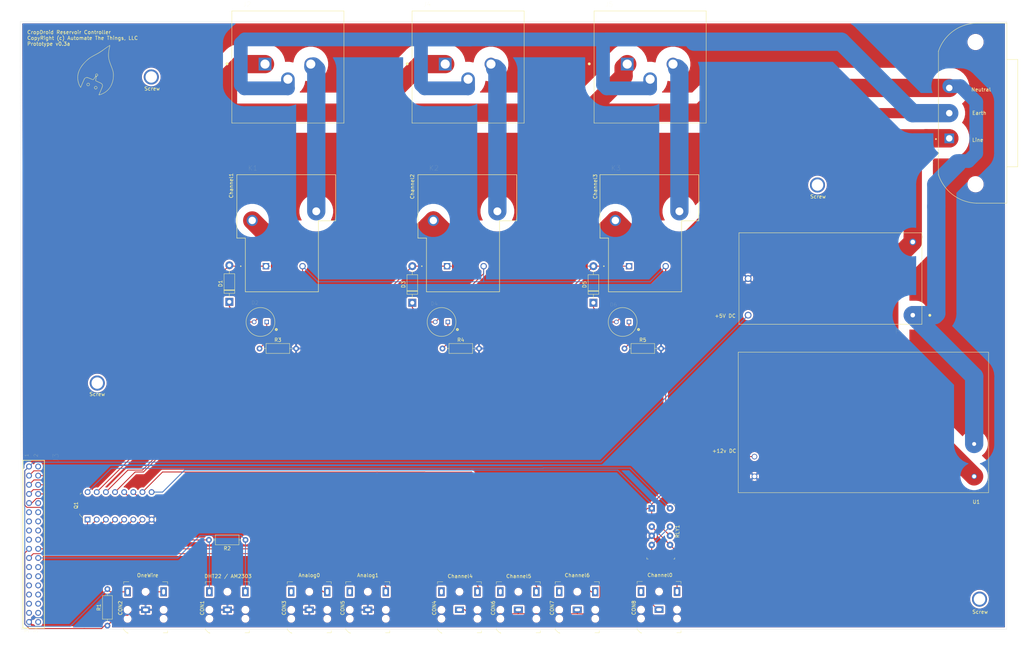
<source format=kicad_pcb>
(kicad_pcb (version 20171130) (host pcbnew 5.1.5-52549c5~84~ubuntu18.04.1)
  (title_block (title "CropDroid Reservoir") (rev 0.3a) (company "Automate The Things, LLC") (comment 3 "License: Proprietary") (comment 4 "Author: Jeremy Hahn"))
  (layers (0 F.Cu signal) (31 B.Cu signal) (34 B.Paste user) (35 F.Paste user) (36 B.SilkS user) (37 F.SilkS user) (38 B.Mask user) (39 F.Mask user) (44 Edge.Cuts user))
  (net 0 "")
  (net 1 "Net-(CON1-Pad3)")
  (net 2 "Net-(CON1-Pad2)")
  (net 3 GND)
  (net 4 "Net-(CON2-Pad2)")
  (net 5 "Net-(CON3-Pad3)")
  (net 6 "Net-(CON3-Pad2)")
  (net 7 "Net-(CON4-Pad3)")
  (net 8 "Net-(CON4-Pad2)")
  (net 9 "Net-(CON5-Pad2)")
  (net 10 "Net-(CON5-Pad3)")
  (net 11 "Net-(J5-Pad2)")
  (net 12 "Net-(Q1-Pad16)")
  (net 13 "Net-(J3-Pad2)")
  (net 14 +12V)
  (net 15 "Net-(D1-Pad2)")
  (net 16 "Net-(D3-Pad2)")
  (net 17 "Net-(J1-Pad2)")
  (net 18 "Net-(CON6-Pad3)")
  (net 19 "Net-(CON6-Pad2)")
  (net 20 "Net-(CON7-Pad2)")
  (net 21 "Net-(CON7-Pad3)")
  (net 22 "Net-(D2-Pad1)")
  (net 23 "Net-(D4-Pad1)")
  (net 24 "Net-(D5-Pad2)")
  (net 25 "Net-(D6-Pad1)")
  (net 26 "Net-(CON8-Pad1)")
  (net 27 "Net-(CON8-Pad2)")
  (net 28 "Net-(CON8-Pad3)")
  (net 29 "Net-(J1-Pad1)")
  (net 30 "Net-(J1-Pad3)")
  (net 31 "Net-(J2-Pad2)")
  (net 32 "Net-(J3-Pad36)")
  (net 33 "Net-(J3-Pad34)")
  (net 34 "Net-(J3-Pad33)")
  (net 35 "Net-(J3-Pad32)")
  (net 36 "Net-(J3-Pad31)")
  (net 37 "Net-(J3-Pad30)")
  (net 38 "Net-(J3-Pad29)")
  (net 39 "Net-(J3-Pad28)")
  (net 40 "Net-(J3-Pad27)")
  (net 41 "Net-(J3-Pad26)")
  (net 42 "Net-(J3-Pad25)")
  (net 43 "Net-(J3-Pad24)")
  (net 44 "Net-(J3-Pad23)")
  (net 45 "Net-(J3-Pad18)")
  (net 46 "Net-(J3-Pad17)")
  (net 47 "Net-(J3-Pad16)")
  (net 48 "Net-(J3-Pad15)")
  (net 49 "Net-(J3-Pad14)")
  (net 50 "Net-(J3-Pad13)")
  (net 51 "Net-(J3-Pad12)")
  (net 52 "Net-(J3-Pad11)")
  (net 53 "Net-(J3-Pad10)")
  (net 54 "Net-(J3-Pad9)")
  (net 55 "Net-(J3-Pad8)")
  (net 56 "Net-(J3-Pad7)")
  (net 57 "Net-(J3-Pad6)")
  (net 58 "Net-(J3-Pad5)")
  (net 59 "Net-(J3-Pad4)")
  (net 60 "Net-(J3-Pad3)")
  (net 61 "Net-(J4-Pad2)")
  (module digikey-footprints:Headphone_Jack_3.5mm_SJ1-3523N (layer F.Cu) (at 206.9338 207.9498 90)
    (fp_text reference CON6 (at -4.5 -7 90) (layer F.SilkS))
    (fp_text value SJ1-3523N)
    (pad "" np_thru_hole circle (at -7.5 5 90) (size 1.2 1.2) (drill 1.2) (layers *.Cu *.Mask))
    (pad "" np_thru_hole circle (at -5 5 90) (size 1.2 1.2) (drill 1.2) (layers *.Cu *.Mask))
    (pad "" np_thru_hole circle (at -7.5 -5 90) (size 1.2 1.2) (drill 1.2) (layers *.Cu *.Mask))
    (pad "" np_thru_hole circle (at -5 -5 90) (size 1.2 1.2) (drill 1.2) (layers *.Cu *.Mask))
    (pad "" np_thru_hole circle (at 0 0 90) (size 1.2 1.2) (drill 1.2) (layers *.Cu *.Mask))
    (pad 1 thru_hole rect (at -5 0 90) (size 1.8 2.5) (drill oval 0.8 1.5) (layers *.Cu *.Mask) (net 14 +12V))
    (pad 2 thru_hole rect (at 0 5 90) (size 2.5 1.8) (drill oval 1.5 0.8) (layers *.Cu *.Mask) (net 19 "Net-(CON6-Pad2)"))
    (pad 3 thru_hole rect (at 0 -5 90) (size 2.5 1.8) (drill oval 1.5 0.8) (layers *.Cu *.Mask) (net 18 "Net-(CON6-Pad3)"))
  )
  (module digikey-footprints:Headphone_Jack_3.5mm_SJ1-3523N (layer F.Cu) (at 148.8694 207.9498 90)
    (fp_text reference CON3 (at -4.5 -7 90) (layer F.SilkS))
    (fp_text value SJ1-3523N)
    (pad "" np_thru_hole circle (at -7.5 5 90) (size 1.2 1.2) (drill 1.2) (layers *.Cu *.Mask))
    (pad "" np_thru_hole circle (at -5 5 90) (size 1.2 1.2) (drill 1.2) (layers *.Cu *.Mask))
    (pad "" np_thru_hole circle (at -7.5 -5 90) (size 1.2 1.2) (drill 1.2) (layers *.Cu *.Mask))
    (pad "" np_thru_hole circle (at -5 -5 90) (size 1.2 1.2) (drill 1.2) (layers *.Cu *.Mask))
    (pad "" np_thru_hole circle (at 0 0 90) (size 1.2 1.2) (drill 1.2) (layers *.Cu *.Mask))
    (pad 1 thru_hole rect (at -5 0 90) (size 1.8 2.5) (drill oval 0.8 1.5) (layers *.Cu *.Mask) (net 3 GND))
    (pad 2 thru_hole rect (at 0 5 90) (size 2.5 1.8) (drill oval 1.5 0.8) (layers *.Cu *.Mask) (net 6 "Net-(CON3-Pad2)"))
    (pad 3 thru_hole rect (at 0 -5 90) (size 2.5 1.8) (drill oval 1.5 0.8) (layers *.Cu *.Mask) (net 5 "Net-(CON3-Pad3)"))
  )
  (module digikey-footprints:Headphone_Jack_3.5mm_SJ1-3523N (layer F.Cu) (at 223.2914 207.9498 90)
    (fp_text reference CON7 (at -4.5 -7 90) (layer F.SilkS))
    (fp_text value SJ1-3523N)
    (pad "" np_thru_hole circle (at -7.5 5 90) (size 1.2 1.2) (drill 1.2) (layers *.Cu *.Mask))
    (pad "" np_thru_hole circle (at -5 5 90) (size 1.2 1.2) (drill 1.2) (layers *.Cu *.Mask))
    (pad "" np_thru_hole circle (at -7.5 -5 90) (size 1.2 1.2) (drill 1.2) (layers *.Cu *.Mask))
    (pad "" np_thru_hole circle (at -5 -5 90) (size 1.2 1.2) (drill 1.2) (layers *.Cu *.Mask))
    (pad "" np_thru_hole circle (at 0 0 90) (size 1.2 1.2) (drill 1.2) (layers *.Cu *.Mask))
    (pad 1 thru_hole rect (at -5 0 90) (size 1.8 2.5) (drill oval 0.8 1.5) (layers *.Cu *.Mask) (net 14 +12V))
    (pad 2 thru_hole rect (at 0 5 90) (size 2.5 1.8) (drill oval 1.5 0.8) (layers *.Cu *.Mask) (net 20 "Net-(CON7-Pad2)"))
    (pad 3 thru_hole rect (at 0 -5 90) (size 2.5 1.8) (drill oval 1.5 0.8) (layers *.Cu *.Mask) (net 21 "Net-(CON7-Pad3)"))
  )
  (module drill-hole:Drill_Hole (layer F.Cu) (at 105.4862 63.6778)
    (fp_text reference Screw (at -0.254 4.572) (layer F.SilkS))
    (fp_text value Drill)
    (pad 1 thru_hole circle (at -0.4862 1.3222) (size 4.2 4.2) (drill 3.2) (layers *.Cu *.Mask))
  )
  (module 703W-00_52:QUALTEK_703W-00_52 (layer F.Cu) (at 326.5932 82.042 90)
    (fp_text reference J1 (at -6.81875 -4.83625 90) (layer F.SilkS) (effects (font (size 1.001969 1.001969) (thickness 0.015))))
    (fp_text value 703W-00_52)
    (pad None np_thru_hole circle (at -12.75 7.3 90) (size 3.5 3.5) (drill 3.5) (layers *.Cu *.Mask))
    (pad None np_thru_hole circle (at 26.75 7.3 90) (size 3.5 3.5) (drill 3.5) (layers *.Cu *.Mask))
    (pad 1 thru_hole rect (at 0 0 90) (size 2.7 2.7) (drill 1.8) (layers *.Cu *.Mask) (net 29 "Net-(J1-Pad1)"))
    (pad 2 thru_hole circle (at 7 0 90) (size 2.7 2.7) (drill 1.8) (layers *.Cu *.Mask) (net 17 "Net-(J1-Pad2)"))
    (pad 3 thru_hole circle (at 14 0 90) (size 2.7 2.7) (drill 1.8) (layers *.Cu *.Mask) (net 30 "Net-(J1-Pad3)"))
  )
  (module IRM-30-12:IRM-30-12 (layer F.Cu) (at 337.5025 141.4145 180)
    (fp_text reference U1 (at 3.41 -41.58) (layer F.SilkS))
    (fp_text value IRM-30-12)
    (pad 4 thru_hole circle (at 65 -29 180) (size 1.524 1.524) (drill 1.1) (layers *.Cu *.Mask) (net 14 +12V))
    (pad 3 thru_hole circle (at 65 -34.5 180) (size 1.524 1.524) (drill 1.1) (layers *.Cu *.Mask) (net 3 GND))
    (pad 2 thru_hole circle (at 4 -25.5 180) (size 1.524 1.524) (drill 1.1) (layers *.Cu *.Mask) (net 30 "Net-(J1-Pad3)"))
    (pad 1 thru_hole circle (at 4 -34.5 180) (size 1.524 1.524) (drill 1.1) (layers *.Cu *.Mask) (net 29 "Net-(J1-Pad1)"))
  )
  (module PSK-6B-S5:CONV_PSK-6B-S5 (layer F.Cu) (at 293.5986 120.9802 180)
    (fp_text reference PS1 (at -19.9719 -14.65798) (layer F.SilkS) (effects (font (size 1.404693 1.404693) (thickness 0.015))))
    (fp_text value PSK-6B-S5)
    (pad 4 thru_hole circle (at 22.86 0 180) (size 1.881 1.881) (drill 1.254) (layers *.Cu *.Mask) (net 3 GND))
    (pad 3 thru_hole circle (at 22.86 -10.16 180) (size 1.881 1.881) (drill 1.254) (layers *.Cu *.Mask) (net 1 "Net-(CON1-Pad3)"))
    (pad 2 thru_hole circle (at -22.86 10.16 180) (size 1.881 1.881) (drill 1.254) (layers *.Cu *.Mask) (net 29 "Net-(J1-Pad1)"))
    (pad 1 thru_hole rect (at -22.86 -10.16 180) (size 1.881 1.881) (drill 1.254) (layers *.Cu *.Mask) (net 30 "Net-(J1-Pad3)"))
  )
  (module digikey-footprints:Headphone_Jack_3.5mm_SJ1-3523N (layer F.Cu) (at 103.4199 207.9625 90)
    (fp_text reference CON2 (at -4.5 -7 90) (layer F.SilkS))
    (fp_text value SJ1-3523N)
    (pad "" np_thru_hole circle (at -7.5 5 90) (size 1.2 1.2) (drill 1.2) (layers *.Cu *.Mask))
    (pad "" np_thru_hole circle (at -5 5 90) (size 1.2 1.2) (drill 1.2) (layers *.Cu *.Mask))
    (pad "" np_thru_hole circle (at -7.5 -5 90) (size 1.2 1.2) (drill 1.2) (layers *.Cu *.Mask))
    (pad "" np_thru_hole circle (at -5 -5 90) (size 1.2 1.2) (drill 1.2) (layers *.Cu *.Mask))
    (pad "" np_thru_hole circle (at 0 0 90) (size 1.2 1.2) (drill 1.2) (layers *.Cu *.Mask))
    (pad 1 thru_hole rect (at -5 0 90) (size 1.8 2.5) (drill oval 0.8 1.5) (layers *.Cu *.Mask) (net 3 GND))
    (pad 2 thru_hole rect (at 0 5 90) (size 2.5 1.8) (drill oval 1.5 0.8) (layers *.Cu *.Mask) (net 4 "Net-(CON2-Pad2)"))
    (pad 3 thru_hole rect (at 0 -5 90) (size 2.5 1.8) (drill oval 1.5 0.8) (layers *.Cu *.Mask) (net 1 "Net-(CON1-Pad3)"))
  )
  (module 3-213598-2:TE_3-213598-2 (layer F.Cu) (at 192.9765 62.2345)
    (fp_text reference J4 (at -11.36735 -17.40053) (layer F.SilkS) (effects (font (size 1.320047 1.320047) (thickness 0.015))))
    (fp_text value 3-213598-2)
    (pad 3 thru_hole circle (at 0 3.38) (size 3.556 3.556) (drill 2.54) (layers *.Cu *.Mask) (net 17 "Net-(J1-Pad2)"))
    (pad 2 thru_hole circle (at 6.35 -0.81) (size 3.556 3.556) (drill 2.54) (layers *.Cu *.Mask) (net 61 "Net-(J4-Pad2)"))
    (pad 1 thru_hole rect (at -6.35 -0.81) (size 3.556 3.556) (drill 2.54) (layers *.Cu *.Mask) (net 30 "Net-(J1-Pad3)"))
  )
  (module digikey-footprints:Headphone_Jack_3.5mm_SJ1-3523N (layer F.Cu) (at 126.1364 207.9498 90)
    (fp_text reference CON1 (at -4.5 -7 90) (layer F.SilkS))
    (fp_text value SJ1-3523N)
    (pad "" np_thru_hole circle (at -7.5 5 90) (size 1.2 1.2) (drill 1.2) (layers *.Cu *.Mask))
    (pad "" np_thru_hole circle (at -5 5 90) (size 1.2 1.2) (drill 1.2) (layers *.Cu *.Mask))
    (pad "" np_thru_hole circle (at -7.5 -5 90) (size 1.2 1.2) (drill 1.2) (layers *.Cu *.Mask))
    (pad "" np_thru_hole circle (at -5 -5 90) (size 1.2 1.2) (drill 1.2) (layers *.Cu *.Mask))
    (pad "" np_thru_hole circle (at 0 0 90) (size 1.2 1.2) (drill 1.2) (layers *.Cu *.Mask))
    (pad 1 thru_hole rect (at -5 0 90) (size 1.8 2.5) (drill oval 0.8 1.5) (layers *.Cu *.Mask) (net 3 GND))
    (pad 2 thru_hole rect (at 0 5 90) (size 2.5 1.8) (drill oval 1.5 0.8) (layers *.Cu *.Mask) (net 2 "Net-(CON1-Pad2)"))
    (pad 3 thru_hole rect (at 0 -5 90) (size 2.5 1.8) (drill oval 1.5 0.8) (layers *.Cu *.Mask) (net 1 "Net-(CON1-Pad3)"))
  )
  (module drill-hole:Drill_Hole (layer F.Cu) (at 292.1762 96.6978)
    (fp_text reference Screw (at -2.032 1.524) (layer F.SilkS))
    (fp_text value Drill)
    (pad 1 thru_hole circle (at -2.1762 -1.6978) (size 4.2 4.2) (drill 3.2) (layers *.Cu *.Mask))
  )
  (module drill-hole:Drill_Hole (layer F.Cu) (at 87.3125 149.0345)
    (fp_text reference Screw (at 2.6797 4.0513) (layer F.SilkS))
    (fp_text value Drill)
    (pad 1 thru_hole circle (at 2.6875 0.9655) (size 4.2 4.2) (drill 3.2) (layers *.Cu *.Mask))
  )
  (module libraries:cropdroid_logo (layer F.Cu) (at 89.5096 63.0809)
    (fp_text reference G*** hide)
    (fp_text value LOGO hide)
  )
  (module drill-hole:Drill_Hole (layer F.Cu) (at 334.9625 212.5345)
    (fp_text reference Screw (at 0.2 1.0033) (layer F.SilkS))
    (fp_text value Drill)
    (pad 1 thru_hole circle (at 0.0375 -2.5345) (size 4.2 4.2) (drill 3.2) (layers *.Cu *.Mask))
  )
  (module T9AS1D12-15:RELAY_T9AS1D12-15 (layer F.Cu) (at 237.6805 117.5385)
    (fp_text reference K3 (at -3.665025 -27.220035) (layer F.SilkS) (effects (font (size 1.395488 1.395488) (thickness 0.015))))
    (fp_text value T9AS1D12-15)
    (pad 4 thru_hole circle (at 13.97 -15.24) (size 3.29 3.29) (drill 2.19) (layers *.Cu *.Mask) (net 11 "Net-(J5-Pad2)"))
    (pad 3 thru_hole circle (at -3.81 -12.7) (size 3.09 3.09) (drill 2.06) (layers *.Cu *.Mask) (net 29 "Net-(J1-Pad1)"))
    (pad 1 thru_hole rect (at 0 0) (size 1.76 1.76) (drill 1.17) (layers *.Cu *.Mask) (net 24 "Net-(D5-Pad2)"))
    (pad 2 thru_hole circle (at 10.16 0) (size 1.76 1.76) (drill 1.17) (layers *.Cu *.Mask) (net 14 +12V))
  )
  (module Resistor_THT:R_Axial_DIN0207_L6.3mm_D2.5mm_P10.16mm_Horizontal (layer F.Cu) (at 185.8645 140.3985)
    (fp_text reference R4 (at 5.08 -2.37) (layer F.SilkS))
    (fp_text value R)
    (pad 2 thru_hole oval (at 10.16 0) (size 1.6 1.6) (drill 0.8) (layers *.Cu *.Mask) (net 3 GND))
    (pad 1 thru_hole circle (at 0 0) (size 1.6 1.6) (drill 0.8) (layers *.Cu *.Mask) (net 23 "Net-(D4-Pad1)"))
  )
  (module libraries:CAPPRD350W60D800H2000 (layer F.Cu) (at 135.3185 133.0325 180)
    (fp_text reference D2 (at 1.524 5.334) (layer F.SilkS) (effects (font (thickness 0.015))))
    (fp_text value LED)
    (pad 2 thru_hole circle (at 1.75 0 180) (size 1.23 1.23) (drill 0.82) (layers *.Cu *.Mask) (net 14 +12V))
    (pad 1 thru_hole rect (at -1.75 0 180) (size 1.23 1.23) (drill 0.82) (layers *.Cu *.Mask) (net 22 "Net-(D2-Pad1)"))
  )
  (module Resistor_THT:R_Axial_DIN0207_L6.3mm_D2.5mm_P10.16mm_Horizontal (layer F.Cu) (at 236.4105 140.3985)
    (fp_text reference R5 (at 5.08 -2.37) (layer F.SilkS))
    (fp_text value R)
    (pad 2 thru_hole oval (at 10.16 0) (size 1.6 1.6) (drill 0.8) (layers *.Cu *.Mask) (net 3 GND))
    (pad 1 thru_hole circle (at 0 0) (size 1.6 1.6) (drill 0.8) (layers *.Cu *.Mask) (net 25 "Net-(D6-Pad1)"))
  )
  (module Resistor_THT:R_Axial_DIN0207_L6.3mm_D2.5mm_P10.16mm_Horizontal (layer F.Cu) (at 135.0645 140.3985)
    (fp_text reference R3 (at 5.08 -2.37) (layer F.SilkS))
    (fp_text value R)
    (pad 2 thru_hole oval (at 10.16 0) (size 1.6 1.6) (drill 0.8) (layers *.Cu *.Mask) (net 3 GND))
    (pad 1 thru_hole circle (at 0 0) (size 1.6 1.6) (drill 0.8) (layers *.Cu *.Mask) (net 22 "Net-(D2-Pad1)"))
  )
  (module libraries:CAPPRD350W60D800H2000 (layer F.Cu) (at 235.9025 133.0325 180)
    (fp_text reference D6 (at 2.54 4.826) (layer F.SilkS) (effects (font (thickness 0.015))))
    (fp_text value LED)
    (pad 2 thru_hole circle (at 1.75 0 180) (size 1.23 1.23) (drill 0.82) (layers *.Cu *.Mask) (net 14 +12V))
    (pad 1 thru_hole rect (at -1.75 0 180) (size 1.23 1.23) (drill 0.82) (layers *.Cu *.Mask) (net 25 "Net-(D6-Pad1)"))
  )
  (module libraries:CAPPRD350W60D800H2000 (layer F.Cu) (at 185.6105 133.0325 180)
    (fp_text reference D4 (at 2.032 5.08) (layer F.SilkS) (effects (font (thickness 0.015))))
    (fp_text value LED)
    (pad 2 thru_hole circle (at 1.75 0 180) (size 1.23 1.23) (drill 0.82) (layers *.Cu *.Mask) (net 14 +12V))
    (pad 1 thru_hole rect (at -1.75 0 180) (size 1.23 1.23) (drill 0.82) (layers *.Cu *.Mask) (net 23 "Net-(D4-Pad1)"))
  )
  (module digikey-footprints:Relay_THT_EC2 (layer F.Cu) (at 249.047 184.785 270)
    (fp_text reference RLY1 (at 6.4 -2.075 90) (layer F.SilkS))
    (fp_text value EC2-12NU)
    (pad 1 thru_hole rect (at 0 5.08 270) (size 1.8 1.8) (drill 0.8) (layers *.Cu *.Mask) (net 14 +12V))
    (pad 3 thru_hole circle (at 5.08 5.08 270) (size 1.8 1.8) (drill 0.8) (layers *.Cu *.Mask) (net 27 "Net-(CON8-Pad2)"))
    (pad 4 thru_hole circle (at 7.62 5.08 270) (size 1.8 1.8) (drill 0.8) (layers *.Cu *.Mask) (net 3 GND))
    (pad 5 thru_hole circle (at 10.16 5.08 270) (size 1.8 1.8) (drill 0.8) (layers *.Cu *.Mask) (net 26 "Net-(CON8-Pad1)"))
    (pad 8 thru_hole circle (at 10.16 0 270) (size 1.8 1.8) (drill 0.8) (layers *.Cu *.Mask) (net 27 "Net-(CON8-Pad2)"))
    (pad 9 thru_hole circle (at 7.62 0 270) (size 1.8 1.8) (drill 0.8) (layers *.Cu *.Mask) (net 14 +12V))
    (pad 10 thru_hole circle (at 5.08 0 270) (size 1.8 1.8) (drill 0.8) (layers *.Cu *.Mask) (net 26 "Net-(CON8-Pad1)"))
    (pad 12 thru_hole circle (at 0 0 270) (size 1.8 1.8) (drill 0.8) (layers *.Cu *.Mask) (net 12 "Net-(Q1-Pad16)"))
  )
  (module Resistor_THT:R_Axial_DIN0207_L6.3mm_D2.5mm_P10.16mm_Horizontal (layer F.Cu) (at 131.1656 193.548 180)
    (fp_text reference R2 (at 5.08 -2.37) (layer F.SilkS))
    (fp_text value 10k)
    (pad 2 thru_hole oval (at 10.16 0 180) (size 1.6 1.6) (drill 0.8) (layers *.Cu *.Mask) (net 1 "Net-(CON1-Pad3)"))
    (pad 1 thru_hole circle (at 0 0 180) (size 1.6 1.6) (drill 0.8) (layers *.Cu *.Mask) (net 2 "Net-(CON1-Pad2)"))
  )
  (module Resistor_THT:R_Axial_DIN0207_L6.3mm_D2.5mm_P10.16mm_Horizontal (layer F.Cu) (at 92.8243 217.3605 90)
    (fp_text reference R1 (at 5.08 -2.37 90) (layer F.SilkS))
    (fp_text value 4.7k)
    (pad 2 thru_hole oval (at 10.16 0 90) (size 1.6 1.6) (drill 0.8) (layers *.Cu *.Mask) (net 1 "Net-(CON1-Pad3)"))
    (pad 1 thru_hole circle (at 0 0 90) (size 1.6 1.6) (drill 0.8) (layers *.Cu *.Mask) (net 4 "Net-(CON2-Pad2)"))
  )
  (module digikey-footprints:DIP-16_W7.62mm (layer F.Cu) (at 87.3125 187.8965 90)
    (fp_text reference Q1 (at 3.94 -3.2 90) (layer F.SilkS))
    (fp_text value ULN2003AN)
    (pad 9 thru_hole circle (at 7.62 17.78 90) (size 1.6 1.6) (drill 1) (layers *.Cu *.Mask) (net 14 +12V))
    (pad 8 thru_hole circle (at 0 17.78 90) (size 1.6 1.6) (drill 1) (layers *.Cu *.Mask) (net 3 GND))
    (pad 16 thru_hole circle (at 7.62 0 90) (size 1.6 1.6) (drill 1) (layers *.Cu *.Mask) (net 12 "Net-(Q1-Pad16)"))
    (pad 15 thru_hole circle (at 7.62 2.54 90) (size 1.6 1.6) (drill 1) (layers *.Cu *.Mask) (net 15 "Net-(D1-Pad2)"))
    (pad 14 thru_hole circle (at 7.62 5.08 90) (size 1.6 1.6) (drill 1) (layers *.Cu *.Mask) (net 16 "Net-(D3-Pad2)"))
    (pad 13 thru_hole circle (at 7.62 7.62 90) (size 1.6 1.6) (drill 1) (layers *.Cu *.Mask) (net 24 "Net-(D5-Pad2)"))
    (pad 12 thru_hole circle (at 7.62 10.16 90) (size 1.6 1.6) (drill 1) (layers *.Cu *.Mask) (net 8 "Net-(CON4-Pad2)"))
    (pad 11 thru_hole circle (at 7.62 12.7 90) (size 1.6 1.6) (drill 1) (layers *.Cu *.Mask) (net 19 "Net-(CON6-Pad2)"))
    (pad 10 thru_hole circle (at 7.62 15.24 90) (size 1.6 1.6) (drill 1) (layers *.Cu *.Mask) (net 20 "Net-(CON7-Pad2)"))
    (pad 7 thru_hole circle (at 0 15.24 90) (size 1.6 1.6) (drill 1) (layers *.Cu *.Mask) (net 54 "Net-(J3-Pad9)"))
    (pad 6 thru_hole circle (at 0 12.7 90) (size 1.6 1.6) (drill 1) (layers *.Cu *.Mask) (net 55 "Net-(J3-Pad8)"))
    (pad 5 thru_hole circle (at 0 10.16 90) (size 1.6 1.6) (drill 1) (layers *.Cu *.Mask) (net 56 "Net-(J3-Pad7)"))
    (pad 4 thru_hole circle (at 0 7.62 90) (size 1.6 1.6) (drill 1) (layers *.Cu *.Mask) (net 57 "Net-(J3-Pad6)"))
    (pad 3 thru_hole circle (at 0 5.08 90) (size 1.6 1.6) (drill 1) (layers *.Cu *.Mask) (net 58 "Net-(J3-Pad5)"))
    (pad 2 thru_hole circle (at 0 2.54 90) (size 1.6 1.6) (drill 1) (layers *.Cu *.Mask) (net 59 "Net-(J3-Pad4)"))
    (pad 1 thru_hole rect (at 0 0 90) (size 1.6 1.6) (drill 1) (layers *.Cu *.Mask) (net 60 "Net-(J3-Pad3)"))
  )
  (module T9AS1D12-15:RELAY_T9AS1D12-15 (layer F.Cu) (at 187.1345 117.5385)
    (fp_text reference K2 (at -3.665025 -27.220035) (layer F.SilkS) (effects (font (size 1.395488 1.395488) (thickness 0.015))))
    (fp_text value T9AS1D12-15)
    (pad 4 thru_hole circle (at 13.97 -15.24) (size 3.29 3.29) (drill 2.19) (layers *.Cu *.Mask) (net 61 "Net-(J4-Pad2)"))
    (pad 3 thru_hole circle (at -3.81 -12.7) (size 3.09 3.09) (drill 2.06) (layers *.Cu *.Mask) (net 29 "Net-(J1-Pad1)"))
    (pad 1 thru_hole rect (at 0 0) (size 1.76 1.76) (drill 1.17) (layers *.Cu *.Mask) (net 16 "Net-(D3-Pad2)"))
    (pad 2 thru_hole circle (at 10.16 0) (size 1.76 1.76) (drill 1.17) (layers *.Cu *.Mask) (net 14 +12V))
  )
  (module T9AS1D12-15:RELAY_T9AS1D12-15 (layer F.Cu) (at 136.8425 117.5385)
    (fp_text reference K1 (at -3.665025 -27.220035) (layer F.SilkS) (effects (font (size 1.395488 1.395488) (thickness 0.015))))
    (fp_text value T9AS1D12-15)
    (pad 4 thru_hole circle (at 13.97 -15.24) (size 3.29 3.29) (drill 2.19) (layers *.Cu *.Mask) (net 31 "Net-(J2-Pad2)"))
    (pad 3 thru_hole circle (at -3.81 -12.7) (size 3.09 3.09) (drill 2.06) (layers *.Cu *.Mask) (net 29 "Net-(J1-Pad1)"))
    (pad 1 thru_hole rect (at 0 0) (size 1.76 1.76) (drill 1.17) (layers *.Cu *.Mask) (net 15 "Net-(D1-Pad2)"))
    (pad 2 thru_hole circle (at 10.16 0) (size 1.76 1.76) (drill 1.17) (layers *.Cu *.Mask) (net 14 +12V))
  )
  (module 3-213598-2:TE_3-213598-2 (layer F.Cu) (at 243.5225 62.2345)
    (fp_text reference J5 (at -11.36735 -17.40053) (layer F.SilkS) (effects (font (size 1.320047 1.320047) (thickness 0.015))))
    (fp_text value 3-213598-2)
    (pad 3 thru_hole circle (at 0 3.38) (size 3.556 3.556) (drill 2.54) (layers *.Cu *.Mask) (net 17 "Net-(J1-Pad2)"))
    (pad 2 thru_hole circle (at 6.35 -0.81) (size 3.556 3.556) (drill 2.54) (layers *.Cu *.Mask) (net 11 "Net-(J5-Pad2)"))
    (pad 1 thru_hole rect (at -6.35 -0.81) (size 3.556 3.556) (drill 2.54) (layers *.Cu *.Mask) (net 30 "Net-(J1-Pad3)"))
  )
  (module 3-213598-2:TE_3-213598-2 (layer F.Cu) (at 142.9385 62.2345)
    (fp_text reference J2 (at -11.36735 -17.40053) (layer F.SilkS) (effects (font (size 1.320047 1.320047) (thickness 0.015))))
    (fp_text value 3-213598-2)
    (pad 3 thru_hole circle (at 0 3.38) (size 3.556 3.556) (drill 2.54) (layers *.Cu *.Mask) (net 17 "Net-(J1-Pad2)"))
    (pad 2 thru_hole circle (at 6.35 -0.81) (size 3.556 3.556) (drill 2.54) (layers *.Cu *.Mask) (net 31 "Net-(J2-Pad2)"))
    (pad 1 thru_hole rect (at -6.35 -0.81) (size 3.556 3.556) (drill 2.54) (layers *.Cu *.Mask) (net 30 "Net-(J1-Pad3)"))
  )
  (module Diode_THT:D_DO-41_SOD81_P10.16mm_Horizontal (layer F.Cu) (at 227.7745 127.6985 90)
    (fp_text reference D5 (at 5.08 -2.47 90) (layer F.SilkS))
    (fp_text value 1N4001)
    (pad 2 thru_hole oval (at 10.16 0 90) (size 2.2 2.2) (drill 1.1) (layers *.Cu *.Mask) (net 24 "Net-(D5-Pad2)"))
    (pad 1 thru_hole rect (at 0 0 90) (size 2.2 2.2) (drill 1.1) (layers *.Cu *.Mask) (net 14 +12V))
  )
  (module Diode_THT:D_DO-41_SOD81_P10.16mm_Horizontal (layer F.Cu) (at 177.4825 127.6985 90)
    (fp_text reference D3 (at 5.08 -2.47 90) (layer F.SilkS))
    (fp_text value 1N4001)
    (pad 2 thru_hole oval (at 10.16 0 90) (size 2.2 2.2) (drill 1.1) (layers *.Cu *.Mask) (net 16 "Net-(D3-Pad2)"))
    (pad 1 thru_hole rect (at 0 0 90) (size 2.2 2.2) (drill 1.1) (layers *.Cu *.Mask) (net 14 +12V))
  )
  (module Diode_THT:D_DO-41_SOD81_P10.16mm_Horizontal (layer F.Cu) (at 126.6825 127.4445 90)
    (fp_text reference D1 (at 5.08 -2.47 90) (layer F.SilkS))
    (fp_text value 1N4001)
    (pad 2 thru_hole oval (at 10.16 0 90) (size 2.2 2.2) (drill 1.1) (layers *.Cu *.Mask) (net 15 "Net-(D1-Pad2)"))
    (pad 1 thru_hole rect (at 0 0 90) (size 2.2 2.2) (drill 1.1) (layers *.Cu *.Mask) (net 14 +12V))
  )
  (module digikey-footprints:Headphone_Jack_3.5mm_SJ1-3523N (layer F.Cu) (at 245.999 207.899 90)
    (fp_text reference CON8 (at -4.5 -7 90) (layer F.SilkS))
    (fp_text value SJ1-3523N)
    (pad "" np_thru_hole circle (at -7.5 5 90) (size 1.2 1.2) (drill 1.2) (layers *.Cu *.Mask))
    (pad "" np_thru_hole circle (at -5 5 90) (size 1.2 1.2) (drill 1.2) (layers *.Cu *.Mask))
    (pad "" np_thru_hole circle (at -7.5 -5 90) (size 1.2 1.2) (drill 1.2) (layers *.Cu *.Mask))
    (pad "" np_thru_hole circle (at -5 -5 90) (size 1.2 1.2) (drill 1.2) (layers *.Cu *.Mask))
    (pad "" np_thru_hole circle (at 0 0 90) (size 1.2 1.2) (drill 1.2) (layers *.Cu *.Mask))
    (pad 1 thru_hole rect (at -5 0 90) (size 1.8 2.5) (drill oval 0.8 1.5) (layers *.Cu *.Mask) (net 26 "Net-(CON8-Pad1)"))
    (pad 2 thru_hole rect (at 0 5 90) (size 2.5 1.8) (drill oval 1.5 0.8) (layers *.Cu *.Mask) (net 27 "Net-(CON8-Pad2)"))
    (pad 3 thru_hole rect (at 0 -5 90) (size 2.5 1.8) (drill oval 1.5 0.8) (layers *.Cu *.Mask) (net 28 "Net-(CON8-Pad3)"))
  )
  (module digikey-footprints:Headphone_Jack_3.5mm_SJ1-3523N (layer F.Cu) (at 165.1254 207.9498 90)
    (fp_text reference CON5 (at -4.5 -7 90) (layer F.SilkS))
    (fp_text value SJ1-3523N)
    (pad "" np_thru_hole circle (at -7.5 5 90) (size 1.2 1.2) (drill 1.2) (layers *.Cu *.Mask))
    (pad "" np_thru_hole circle (at -5 5 90) (size 1.2 1.2) (drill 1.2) (layers *.Cu *.Mask))
    (pad "" np_thru_hole circle (at -7.5 -5 90) (size 1.2 1.2) (drill 1.2) (layers *.Cu *.Mask))
    (pad "" np_thru_hole circle (at -5 -5 90) (size 1.2 1.2) (drill 1.2) (layers *.Cu *.Mask))
    (pad "" np_thru_hole circle (at 0 0 90) (size 1.2 1.2) (drill 1.2) (layers *.Cu *.Mask))
    (pad 1 thru_hole rect (at -5 0 90) (size 1.8 2.5) (drill oval 0.8 1.5) (layers *.Cu *.Mask) (net 3 GND))
    (pad 2 thru_hole rect (at 0 5 90) (size 2.5 1.8) (drill oval 1.5 0.8) (layers *.Cu *.Mask) (net 9 "Net-(CON5-Pad2)"))
    (pad 3 thru_hole rect (at 0 -5 90) (size 2.5 1.8) (drill oval 1.5 0.8) (layers *.Cu *.Mask) (net 10 "Net-(CON5-Pad3)"))
  )
  (module digikey-footprints:Headphone_Jack_3.5mm_SJ1-3523N (layer F.Cu) (at 190.5762 207.9498 90)
    (fp_text reference CON4 (at -4.5 -7 90) (layer F.SilkS))
    (fp_text value SJ1-3523N)
    (pad "" np_thru_hole circle (at -7.5 5 90) (size 1.2 1.2) (drill 1.2) (layers *.Cu *.Mask))
    (pad "" np_thru_hole circle (at -5 5 90) (size 1.2 1.2) (drill 1.2) (layers *.Cu *.Mask))
    (pad "" np_thru_hole circle (at -7.5 -5 90) (size 1.2 1.2) (drill 1.2) (layers *.Cu *.Mask))
    (pad "" np_thru_hole circle (at -5 -5 90) (size 1.2 1.2) (drill 1.2) (layers *.Cu *.Mask))
    (pad "" np_thru_hole circle (at 0 0 90) (size 1.2 1.2) (drill 1.2) (layers *.Cu *.Mask))
    (pad 1 thru_hole rect (at -5 0 90) (size 1.8 2.5) (drill oval 0.8 1.5) (layers *.Cu *.Mask) (net 14 +12V))
    (pad 2 thru_hole rect (at 0 5 90) (size 2.5 1.8) (drill oval 1.5 0.8) (layers *.Cu *.Mask) (net 8 "Net-(CON4-Pad2)"))
    (pad 3 thru_hole rect (at 0 -5 90) (size 2.5 1.8) (drill oval 1.5 0.8) (layers *.Cu *.Mask) (net 7 "Net-(CON4-Pad3)"))
  )
  (module SAMTEC-MTSW-118-10-X-D-640:SAMTEC-MTSW-118-10-X-D-640 (layer F.Cu) (at 72.3265 194.7545 270)
    (fp_text reference J3 (at -24.003 -6.1595 90) (layer F.SilkS) (effects (font (size 1.5 1.5) (thickness 0.015))))
    (fp_text value SAMTEC-MTSW-118-10-X-D-640)
    (fp_text user 36 (at 23.651 -0.635 90) (layer F.SilkS) (effects (font (thickness 0.015))))
    (fp_text user 36 (at 23.651 -0.635 90) (layer F.SilkS) (effects (font (thickness 0.015))))
    (fp_text user 35 (at 23.651 1.905 90) (layer F.SilkS) (effects (font (thickness 0.015))))
    (fp_text user 35 (at 23.651 1.905 90) (layer F.SilkS) (effects (font (thickness 0.015))))
    (fp_text user 2 (at -24.68 -0.635 90) (layer F.SilkS) (effects (font (thickness 0.015))))
    (fp_text user 2 (at -24.68 -0.635 90) (layer F.SilkS) (effects (font (thickness 0.015))))
    (fp_text user 1 (at -24.68 1.905 90) (layer F.SilkS) (effects (font (thickness 0.015))))
    (fp_text user 1 (at -24.68 1.905 90) (layer F.SilkS) (effects (font (thickness 0.015))))
    (pad 36 thru_hole circle (at 21.59 -1.27 270) (size 1.62001 1.62001) (drill 1.01999) (layers *.Cu) (net 32 "Net-(J3-Pad36)"))
    (pad 35 thru_hole circle (at 21.59 1.27 270) (size 1.62001 1.62001) (drill 1.01999) (layers *.Cu) (net 3 GND))
    (pad 34 thru_hole circle (at 19.05 -1.27 270) (size 1.62001 1.62001) (drill 1.01999) (layers *.Cu) (net 33 "Net-(J3-Pad34)"))
    (pad 33 thru_hole circle (at 19.05 1.27 270) (size 1.62001 1.62001) (drill 1.01999) (layers *.Cu) (net 34 "Net-(J3-Pad33)"))
    (pad 32 thru_hole circle (at 16.51 -1.27 270) (size 1.62001 1.62001) (drill 1.01999) (layers *.Cu) (net 35 "Net-(J3-Pad32)"))
    (pad 31 thru_hole circle (at 16.51 1.27 270) (size 1.62001 1.62001) (drill 1.01999) (layers *.Cu) (net 36 "Net-(J3-Pad31)"))
    (pad 30 thru_hole circle (at 13.97 -1.27 270) (size 1.62001 1.62001) (drill 1.01999) (layers *.Cu) (net 37 "Net-(J3-Pad30)"))
    (pad 29 thru_hole circle (at 13.97 1.27 270) (size 1.62001 1.62001) (drill 1.01999) (layers *.Cu) (net 38 "Net-(J3-Pad29)"))
    (pad 28 thru_hole circle (at 11.43 -1.27 270) (size 1.62001 1.62001) (drill 1.01999) (layers *.Cu) (net 39 "Net-(J3-Pad28)"))
    (pad 27 thru_hole circle (at 11.43 1.27 270) (size 1.62001 1.62001) (drill 1.01999) (layers *.Cu) (net 40 "Net-(J3-Pad27)"))
    (pad 26 thru_hole circle (at 8.89 -1.27 270) (size 1.62001 1.62001) (drill 1.01999) (layers *.Cu) (net 41 "Net-(J3-Pad26)"))
    (pad 25 thru_hole circle (at 8.89 1.27 270) (size 1.62001 1.62001) (drill 1.01999) (layers *.Cu) (net 42 "Net-(J3-Pad25)"))
    (pad 24 thru_hole circle (at 6.35 -1.27 270) (size 1.62001 1.62001) (drill 1.01999) (layers *.Cu) (net 43 "Net-(J3-Pad24)"))
    (pad 23 thru_hole circle (at 6.35 1.27 270) (size 1.62001 1.62001) (drill 1.01999) (layers *.Cu) (net 44 "Net-(J3-Pad23)"))
    (pad 22 thru_hole circle (at 3.81 -1.27 270) (size 1.62001 1.62001) (drill 1.01999) (layers *.Cu) (net 2 "Net-(CON1-Pad2)"))
    (pad 21 thru_hole circle (at 3.81 1.27 270) (size 1.62001 1.62001) (drill 1.01999) (layers *.Cu) (net 6 "Net-(CON3-Pad2)"))
    (pad 20 thru_hole circle (at 1.27 -1.27 270) (size 1.62001 1.62001) (drill 1.01999) (layers *.Cu) (net 9 "Net-(CON5-Pad2)"))
    (pad 19 thru_hole circle (at 1.27 1.27 270) (size 1.62001 1.62001) (drill 1.01999) (layers *.Cu) (net 4 "Net-(CON2-Pad2)"))
    (pad 18 thru_hole circle (at -1.27 -1.27 270) (size 1.62001 1.62001) (drill 1.01999) (layers *.Cu) (net 45 "Net-(J3-Pad18)"))
    (pad 17 thru_hole circle (at -1.27 1.27 270) (size 1.62001 1.62001) (drill 1.01999) (layers *.Cu) (net 46 "Net-(J3-Pad17)"))
    (pad 16 thru_hole circle (at -3.81 -1.27 270) (size 1.62001 1.62001) (drill 1.01999) (layers *.Cu) (net 47 "Net-(J3-Pad16)"))
    (pad 15 thru_hole circle (at -3.81 1.27 270) (size 1.62001 1.62001) (drill 1.01999) (layers *.Cu) (net 48 "Net-(J3-Pad15)"))
    (pad 14 thru_hole circle (at -6.35 -1.27 270) (size 1.62001 1.62001) (drill 1.01999) (layers *.Cu) (net 49 "Net-(J3-Pad14)"))
    (pad 13 thru_hole circle (at -6.35 1.27 270) (size 1.62001 1.62001) (drill 1.01999) (layers *.Cu) (net 50 "Net-(J3-Pad13)"))
    (pad 12 thru_hole circle (at -8.89 -1.27 270) (size 1.62001 1.62001) (drill 1.01999) (layers *.Cu) (net 51 "Net-(J3-Pad12)"))
    (pad 11 thru_hole circle (at -8.89 1.27 270) (size 1.62001 1.62001) (drill 1.01999) (layers *.Cu) (net 52 "Net-(J3-Pad11)"))
    (pad 10 thru_hole circle (at -11.43 -1.27 270) (size 1.62001 1.62001) (drill 1.01999) (layers *.Cu) (net 53 "Net-(J3-Pad10)"))
    (pad 9 thru_hole circle (at -11.43 1.27 270) (size 1.62001 1.62001) (drill 1.01999) (layers *.Cu) (net 54 "Net-(J3-Pad9)"))
    (pad 8 thru_hole circle (at -13.97 -1.27 270) (size 1.62001 1.62001) (drill 1.01999) (layers *.Cu) (net 55 "Net-(J3-Pad8)"))
    (pad 7 thru_hole circle (at -13.97 1.27 270) (size 1.62001 1.62001) (drill 1.01999) (layers *.Cu) (net 56 "Net-(J3-Pad7)"))
    (pad 6 thru_hole circle (at -16.51 -1.27 270) (size 1.62001 1.62001) (drill 1.01999) (layers *.Cu) (net 57 "Net-(J3-Pad6)"))
    (pad 5 thru_hole circle (at -16.51 1.27 270) (size 1.62001 1.62001) (drill 1.01999) (layers *.Cu) (net 58 "Net-(J3-Pad5)"))
    (pad 4 thru_hole circle (at -19.05 -1.27 270) (size 1.62001 1.62001) (drill 1.01999) (layers *.Cu) (net 59 "Net-(J3-Pad4)"))
    (pad 3 thru_hole circle (at -19.05 1.27 270) (size 1.62001 1.62001) (drill 1.01999) (layers *.Cu) (net 60 "Net-(J3-Pad3)"))
    (pad 2 thru_hole circle (at -21.59 -1.27 270) (size 1.62001 1.62001) (drill 1.01999) (layers *.Cu) (net 13 "Net-(J3-Pad2)"))
    (pad 1 thru_hole circle (at -21.59 1.27 270) (size 1.62001 1.62001) (drill 1.01999) (layers *.Cu) (net 1 "Net-(CON1-Pad3)"))
  )
  (gr_text "DHT22 / AM2303" (at 126.3142 203.6318) (layer F.SilkS) (effects (font (size 1 1))))
  (gr_line (start 68.6435 49.5935) (end 68.9102 218.3638) (layer Edge.Cuts) (width 0.05))
  (gr_text "+5V DC" (at 264.3632 131.3434) (layer F.SilkS) (effects (font (size 1 1))))
  (gr_text "+12v DC" (at 264.0965 168.8465) (layer F.SilkS) (effects (font (size 1 1))))
  (gr_text Neutral (at 335.4324 68.5038) (layer F.SilkS) (effects (font (size 1 1))))
  (gr_text Earth (at 334.9244 75.0062) (layer F.SilkS) (effects (font (size 1 1))))
  (gr_text Line (at 334.4926 82.4992) (layer F.SilkS) (effects (font (size 1 1))))
  (gr_text Channel3 (at 228.2825 95.4405 90) (layer F.SilkS) (effects (font (size 1 1))))
  (gr_text Channel2 (at 177.4825 95.4405 90) (layer F.SilkS) (effects (font (size 1 1))))
  (gr_text Channel1 (at 127.1905 95.1865 90) (layer F.SilkS) (effects (font (size 1 1))))
  (gr_text Channel6 (at 223.2914 203.3778) (layer F.SilkS) (effects (font (size 1 1))))
  (gr_text Channel5 (at 207.0354 203.6318) (layer F.SilkS) (effects (font (size 1 1))))
  (gr_text Channel4 (at 190.7794 203.6318) (layer F.SilkS) (effects (font (size 1 1))))
  (gr_text Channel0 (at 246.253 203.327) (layer F.SilkS) (effects (font (size 1 1))))
  (gr_text Analog1 (at 165.1254 203.3778) (layer F.SilkS) (effects (font (size 1 1))))
  (gr_text Analog0 (at 148.8694 203.3778) (layer F.SilkS) (effects (font (size 1 1))))
  (gr_text OneWire (at 104.0003 203.3905) (layer F.SilkS) (effects (font (size 1 1))))
  (gr_text "CropDroid Reservoir Controller\nCopyRight (c) Automate The Things, LLC\nPrototype v0.3a" (at 70.4596 54.1909) (layer F.SilkS) (effects (font (size 1 1)) (justify left)))
  (gr_line (start 342.5825 218.3638) (end 68.9102 218.3638) (layer Edge.Cuts) (width 0.05))
  (gr_line (start 342.5825 49.5935) (end 342.5825 218.3638) (layer Edge.Cuts) (width 0.05))
  (gr_line (start 68.6435 49.5935) (end 342.5825 49.5935) (layer Edge.Cuts) (width 0.05))
  (segment (start 93.5863 207.9625) (end 92.8243 207.2005) (width 0.254) (layer F.Cu) (net 1))
  (segment (start 98.5723 207.9625) (end 93.5863 207.9625) (width 0.254) (layer F.Cu) (net 1))
  (segment (start 92.8243 207.2005) (end 82.489294 217.535506) (width 0.254) (layer B.Cu) (net 1))
  (segment (start 70.246496 173.974504) (end 71.0565 173.1645) (width 0.254) (layer F.Cu) (net 1))
  (segment (start 70.484816 217.535506) (end 69.865494 216.916184) (width 0.254) (layer B.Cu) (net 1))
  (segment (start 70.246496 173.974504) (end 71.0565 173.1645) (width 0.254) (layer B.Cu) (net 1))
  (segment (start 69.865494 216.916184) (end 69.865494 174.355506) (width 0.254) (layer B.Cu) (net 1))
  (segment (start 69.865494 174.355506) (end 70.246496 173.974504) (width 0.254) (layer B.Cu) (net 1))
  (segment (start 83.870962 193.548) (end 116.2685 193.548) (width 0.254) (layer F.Cu) (net 1))
  (segment (start 74.838468 184.515506) (end 83.870962 193.548) (width 0.254) (layer F.Cu) (net 1))
  (segment (start 70.484816 184.515506) (end 74.838468 184.515506) (width 0.254) (layer F.Cu) (net 1))
  (segment (start 69.865494 183.896184) (end 70.484816 184.515506) (width 0.254) (layer F.Cu) (net 1))
  (segment (start 70.246496 173.974504) (end 69.865494 174.355506) (width 0.254) (layer F.Cu) (net 1))
  (segment (start 69.865494 174.355506) (end 69.865494 183.896184) (width 0.254) (layer F.Cu) (net 1))
  (segment (start 82.489294 217.535506) (end 70.484816 217.535506) (width 0.254) (layer B.Cu) (net 1))
  (segment (start 116.2685 193.548) (end 121.0056 193.548) (width 0.254) (layer F.Cu) (net 1))
  (segment (start 121.1364 193.6788) (end 121.0056 193.548) (width 0.254) (layer B.Cu) (net 1))
  (segment (start 121.1364 207.9498) (end 121.1364 193.6788) (width 0.254) (layer B.Cu) (net 1))
  (segment (start 269.798101 132.080699) (end 270.7386 131.1402) (width 0.254) (layer B.Cu) (net 1))
  (segment (start 229.905306 171.973494) (end 269.798101 132.080699) (width 0.254) (layer B.Cu) (net 1))
  (segment (start 72.247506 171.973494) (end 229.905306 171.973494) (width 0.254) (layer B.Cu) (net 1))
  (segment (start 71.0565 173.1645) (end 72.247506 171.973494) (width 0.254) (layer B.Cu) (net 1))
  (segment (start 131.1364 193.5772) (end 131.1656 193.548) (width 0.254) (layer B.Cu) (net 2))
  (segment (start 131.1364 207.9498) (end 131.1364 193.5772) (width 0.254) (layer B.Cu) (net 2))
  (segment (start 73.5965 198.5645) (end 112.3061 198.5645) (width 0.254) (layer B.Cu) (net 2))
  (segment (start 130.365601 192.748001) (end 131.1656 193.548) (width 0.254) (layer B.Cu) (net 2))
  (segment (start 118.503601 192.366999) (end 129.984599 192.366999) (width 0.254) (layer B.Cu) (net 2))
  (segment (start 129.984599 192.366999) (end 130.365601 192.748001) (width 0.254) (layer B.Cu) (net 2))
  (segment (start 112.3061 198.5645) (end 118.503601 192.366999) (width 0.254) (layer B.Cu) (net 2))
  (segment (start 103.4199 211.8085) (end 103.4199 212.9625) (width 0.254) (layer B.Cu) (net 3))
  (segment (start 103.4199 210.126698) (end 103.4199 211.8085) (width 0.254) (layer B.Cu) (net 3))
  (segment (start 99.312701 206.019499) (end 103.4199 210.126698) (width 0.254) (layer B.Cu) (net 3))
  (segment (start 92.257419 206.019499) (end 99.312701 206.019499) (width 0.254) (layer B.Cu) (net 3))
  (segment (start 83.123424 215.153494) (end 92.257419 206.019499) (width 0.254) (layer B.Cu) (net 3))
  (segment (start 72.247506 215.153494) (end 83.123424 215.153494) (width 0.254) (layer B.Cu) (net 3))
  (segment (start 71.0565 216.3445) (end 72.247506 215.153494) (width 0.254) (layer B.Cu) (net 3))
  (segment (start 93.624299 216.560501) (end 92.8243 217.3605) (width 0.254) (layer F.Cu) (net 4))
  (segment (start 95.703301 214.481499) (end 93.624299 216.560501) (width 0.254) (layer F.Cu) (net 4))
  (segment (start 105.024182 207.9625) (end 98.505183 214.481499) (width 0.254) (layer F.Cu) (net 4))
  (segment (start 98.505183 214.481499) (end 95.703301 214.481499) (width 0.254) (layer F.Cu) (net 4))
  (segment (start 108.5723 207.9625) (end 105.024182 207.9625) (width 0.254) (layer F.Cu) (net 4))
  (segment (start 69.865494 197.215506) (end 70.246496 196.834504) (width 0.254) (layer F.Cu) (net 4))
  (segment (start 71.109809 218.160499) (end 69.865494 216.916184) (width 0.254) (layer F.Cu) (net 4))
  (segment (start 69.865494 216.916184) (end 69.865494 197.215506) (width 0.254) (layer F.Cu) (net 4))
  (segment (start 70.246496 196.834504) (end 71.0565 196.0245) (width 0.254) (layer F.Cu) (net 4))
  (segment (start 86.360101 218.160499) (end 71.109809 218.160499) (width 0.254) (layer F.Cu) (net 4))
  (segment (start 86.512501 218.160499) (end 86.360101 218.160499) (width 0.254) (layer F.Cu) (net 4))
  (segment (start 91.236901 218.135099) (end 92.0369 217.3351) (width 0.254) (layer F.Cu) (net 4))
  (segment (start 86.360101 218.160499) (end 91.211501 218.160499) (width 0.254) (layer F.Cu) (net 4))
  (segment (start 91.211501 218.160499) (end 91.236901 218.135099) (width 0.254) (layer F.Cu) (net 4))
  (segment (start 152.7154 207.9498) (end 142.126394 197.360794) (width 0.254) (layer F.Cu) (net 6))
  (segment (start 153.8694 207.9498) (end 152.7154 207.9498) (width 0.254) (layer F.Cu) (net 6))
  (segment (start 71.866504 197.754496) (end 71.0565 198.5645) (width 0.254) (layer F.Cu) (net 6))
  (segment (start 142.113694 197.373494) (end 72.247506 197.373494) (width 0.254) (layer F.Cu) (net 6))
  (segment (start 72.247506 197.373494) (end 71.866504 197.754496) (width 0.254) (layer F.Cu) (net 6))
  (segment (start 142.126394 197.360794) (end 142.113694 197.373494) (width 0.254) (layer F.Cu) (net 6))
  (segment (start 195.7794 206.4458) (end 195.7794 207.9498) (width 0.254) (layer F.Cu) (net 8))
  (segment (start 100.266509 183.070509) (end 108.350925 183.070509) (width 0.254) (layer F.Cu) (net 8))
  (segment (start 165.5334 176.1998) (end 195.7794 206.4458) (width 0.254) (layer F.Cu) (net 8))
  (segment (start 97.4725 180.2765) (end 100.266509 183.070509) (width 0.254) (layer F.Cu) (net 8))
  (segment (start 165.5207 176.2125) (end 165.5334 176.1998) (width 0.254) (layer F.Cu) (net 8))
  (segment (start 108.350925 183.070509) (end 115.208934 176.2125) (width 0.254) (layer F.Cu) (net 8))
  (segment (start 115.208934 176.2125) (end 165.5207 176.2125) (width 0.254) (layer F.Cu) (net 8))
  (segment (start 170.1254 207.9498) (end 170.1254 206.4458) (width 0.254) (layer F.Cu) (net 9))
  (segment (start 74.74202 196.0245) (end 73.5965 196.0245) (width 0.254) (layer F.Cu) (net 9))
  (segment (start 159.5755 196.0245) (end 159.7914 196.2404) (width 0.254) (layer F.Cu) (net 9))
  (segment (start 133.5659 196.0245) (end 159.5755 196.0245) (width 0.254) (layer F.Cu) (net 9))
  (segment (start 170.1254 206.4458) (end 159.7914 196.2404) (width 0.254) (layer F.Cu) (net 9))
  (segment (start 133.5659 196.0245) (end 74.74202 196.0245) (width 0.254) (layer F.Cu) (net 9))
  (segment (start 159.7914 196.2404) (end 159.6914 196.0118) (width 0.254) (layer F.Cu) (net 9))
  (segment (start 133.6945 196.0245) (end 133.5659 196.0245) (width 0.254) (layer F.Cu) (net 9))
  (segment (start 251.6505 63.2025) (end 251.01551 62.56751) (width 5.08) (layer B.Cu) (net 11))
  (segment (start 251.6505 102.2985) (end 251.6505 63.2025) (width 5.08) (layer B.Cu) (net 11))
  (segment (start 93.9165 173.6725) (end 87.3125 180.2765) (width 0.254) (layer B.Cu) (net 12))
  (segment (start 213.8045 173.6725) (end 93.9165 173.6725) (width 0.254) (layer B.Cu) (net 12))
  (segment (start 213.8045 173.6725) (end 213.868009 173.608991) (width 0.254) (layer B.Cu) (net 12))
  (segment (start 237.934491 173.608991) (end 237.998 173.6725) (width 0.254) (layer B.Cu) (net 12))
  (segment (start 213.868009 173.608991) (end 237.934491 173.608991) (width 0.254) (layer B.Cu) (net 12))
  (segment (start 249.047 184.785) (end 237.998 173.6725) (width 0.254) (layer B.Cu) (net 12))
  (segment (start 237.998 173.6725) (end 237.871 173.609) (width 0.254) (layer B.Cu) (net 12))
  (segment (start 130.9165 133.0325) (end 132.698759 133.0325) (width 0.254) (layer F.Cu) (net 14))
  (segment (start 132.698759 133.0325) (end 133.5685 133.0325) (width 0.254) (layer F.Cu) (net 14))
  (segment (start 126.6825 128.7985) (end 130.9165 133.0325) (width 0.254) (layer F.Cu) (net 14))
  (segment (start 126.6825 127.4445) (end 126.6825 128.7985) (width 0.254) (layer F.Cu) (net 14))
  (segment (start 147.0025 119.5985) (end 133.5685 133.0325) (width 0.254) (layer F.Cu) (net 14))
  (segment (start 181.4625 133.0325) (end 182.990759 133.0325) (width 0.254) (layer F.Cu) (net 14))
  (segment (start 182.990759 133.0325) (end 183.8605 133.0325) (width 0.254) (layer F.Cu) (net 14))
  (segment (start 177.4825 129.0525) (end 181.4625 133.0325) (width 0.254) (layer F.Cu) (net 14))
  (segment (start 177.4825 127.6985) (end 177.4825 129.0525) (width 0.254) (layer F.Cu) (net 14))
  (segment (start 197.2945 119.5985) (end 183.8605 133.0325) (width 0.254) (layer F.Cu) (net 14))
  (segment (start 197.2945 117.5385) (end 197.2945 119.5985) (width 0.254) (layer F.Cu) (net 14))
  (segment (start 233.282759 133.0325) (end 234.1525 133.0325) (width 0.254) (layer F.Cu) (net 14))
  (segment (start 227.7745 129.0525) (end 231.7545 133.0325) (width 0.254) (layer F.Cu) (net 14))
  (segment (start 231.7545 133.0325) (end 233.282759 133.0325) (width 0.254) (layer F.Cu) (net 14))
  (segment (start 227.7745 127.6985) (end 227.7745 129.0525) (width 0.254) (layer F.Cu) (net 14))
  (segment (start 247.8405 119.3445) (end 234.1525 133.0325) (width 0.254) (layer F.Cu) (net 14))
  (segment (start 247.8405 117.5385) (end 247.8405 119.3445) (width 0.254) (layer F.Cu) (net 14))
  (segment (start 147.0025 117.5385) (end 147.0025 119.5985) (width 0.254) (layer F.Cu) (net 14))
  (segment (start 247.8405 117.5385) (end 247.8405 118.8085) (width 0.254) (layer F.Cu) (net 14))
  (segment (start 197.2945 117.5385) (end 197.2945 121.8565) (width 0.254) (layer B.Cu) (net 14))
  (segment (start 197.2945 121.8565) (end 151.3205 121.8565) (width 0.254) (layer B.Cu) (net 14))
  (segment (start 151.3205 121.8565) (end 147.0025 117.5385) (width 0.254) (layer B.Cu) (net 14))
  (segment (start 243.967 187.325) (end 249.047 192.405) (width 0.254) (layer F.Cu) (net 14))
  (segment (start 243.967 184.785) (end 243.967 187.325) (width 0.254) (layer F.Cu) (net 14))
  (segment (start 243.5225 121.8565) (end 247.8405 117.5385) (width 0.254) (layer B.Cu) (net 14))
  (segment (start 197.2945 121.8565) (end 243.5225 121.8565) (width 0.254) (layer B.Cu) (net 14))
  (segment (start 247.8405 117.5385) (end 247.8405 170.1165) (width 0.254) (layer F.Cu) (net 14))
  (segment (start 248.1385 170.4145) (end 272.5025 170.4145) (width 0.254) (layer F.Cu) (net 14))
  (segment (start 247.8405 170.1165) (end 248.1385 170.4145) (width 0.254) (layer F.Cu) (net 14))
  (segment (start 243.967 183.631) (end 257.247 170.351) (width 0.254) (layer F.Cu) (net 14))
  (segment (start 243.967 184.785) (end 243.967 183.631) (width 0.254) (layer F.Cu) (net 14))
  (segment (start 243.967 183.631) (end 243.967 184.785) (width 0.254) (layer B.Cu) (net 14))
  (segment (start 234.5165 174.1805) (end 243.967 183.631) (width 0.254) (layer B.Cu) (net 14))
  (segment (start 114.23651 174.1805) (end 234.5165 174.1805) (width 0.254) (layer B.Cu) (net 14))
  (segment (start 108.14051 180.2765) (end 114.23651 174.1805) (width 0.254) (layer B.Cu) (net 14))
  (segment (start 105.0925 180.2765) (end 108.14051 180.2765) (width 0.254) (layer B.Cu) (net 14))
  (segment (start 192.0802 212.9498) (end 190.5762 212.9498) (width 0.254) (layer F.Cu) (net 14))
  (segment (start 193.2342 214.1038) (end 192.0802 212.9498) (width 0.254) (layer F.Cu) (net 14))
  (segment (start 229.572401 209.504601) (end 224.973202 214.1038) (width 0.254) (layer F.Cu) (net 14))
  (segment (start 229.572401 198.025599) (end 229.572401 209.504601) (width 0.254) (layer F.Cu) (net 14))
  (segment (start 242.813 184.785) (end 229.572401 198.025599) (width 0.254) (layer F.Cu) (net 14))
  (segment (start 243.967 184.785) (end 242.813 184.785) (width 0.254) (layer F.Cu) (net 14))
  (segment (start 206.9338 213.9442) (end 206.8322 214.0458) (width 0.254) (layer F.Cu) (net 14))
  (segment (start 206.9338 212.9498) (end 206.9338 213.9442) (width 0.254) (layer F.Cu) (net 14))
  (segment (start 206.8322 214.0458) (end 193.2342 214.1038) (width 0.254) (layer F.Cu) (net 14))
  (segment (start 223.2914 213.995) (end 223.3422 214.0458) (width 0.254) (layer F.Cu) (net 14))
  (segment (start 223.2914 212.9498) (end 223.2914 213.995) (width 0.254) (layer F.Cu) (net 14))
  (segment (start 224.973202 214.1038) (end 223.3422 214.0458) (width 0.254) (layer F.Cu) (net 14))
  (segment (start 223.3422 214.0458) (end 206.8322 214.0458) (width 0.254) (layer F.Cu) (net 14))
  (segment (start 135.7085 117.5385) (end 127.1905 117.5385) (width 0.254) (layer F.Cu) (net 15))
  (segment (start 136.8425 117.5385) (end 135.7085 117.5385) (width 0.254) (layer F.Cu) (net 15))
  (segment (start 136.8425 117.5385) (end 137.9765 117.5385) (width 0.254) (layer B.Cu) (net 15))
  (segment (start 89.8525 180.2765) (end 112.4585 157.6705) (width 0.254) (layer F.Cu) (net 15))
  (segment (start 112.4585 131.5085) (end 126.6825 117.2845) (width 0.254) (layer F.Cu) (net 15))
  (segment (start 112.4585 157.6705) (end 112.4585 131.5085) (width 0.254) (layer F.Cu) (net 15))
  (segment (start 186.0005 117.5385) (end 177.4825 117.5385) (width 0.254) (layer F.Cu) (net 16))
  (segment (start 187.1345 117.5385) (end 186.0005 117.5385) (width 0.254) (layer F.Cu) (net 16))
  (segment (start 187.1345 117.5385) (end 188.2685 117.5385) (width 0.254) (layer B.Cu) (net 16))
  (segment (start 188.2685 117.5385) (end 188.356501 117.626501) (width 0.254) (layer B.Cu) (net 16))
  (segment (start 98.48851 174.18049) (end 102.55251 174.18049) (width 0.254) (layer F.Cu) (net 16))
  (segment (start 92.3925 180.2765) (end 98.48851 174.18049) (width 0.254) (layer F.Cu) (net 16))
  (segment (start 102.55251 174.18049) (end 132.0165 144.7165) (width 0.254) (layer F.Cu) (net 16))
  (segment (start 150.3045 144.7165) (end 177.4825 117.5385) (width 0.254) (layer F.Cu) (net 16))
  (segment (start 132.0165 144.7165) (end 150.3045 144.7165) (width 0.254) (layer F.Cu) (net 16))
  (segment (start 142.9385 68.128971) (end 142.9385 65.6145) (width 3.81) (layer B.Cu) (net 17))
  (segment (start 142.91197 68.155501) (end 142.9385 68.128971) (width 3.81) (layer B.Cu) (net 17))
  (segment (start 130.848099 68.155501) (end 142.91197 68.155501) (width 3.81) (layer B.Cu) (net 17))
  (segment (start 129.857499 55.684099) (end 129.857499 67.164901) (width 3.81) (layer B.Cu) (net 17))
  (segment (start 130.970088 54.57151) (end 129.857499 55.684099) (width 3.81) (layer B.Cu) (net 17))
  (segment (start 129.857499 67.164901) (end 130.848099 68.155501) (width 3.81) (layer B.Cu) (net 17))
  (segment (start 192.9765 68.128971) (end 192.9765 65.6145) (width 3.81) (layer B.Cu) (net 17))
  (segment (start 192.94997 68.155501) (end 192.9765 68.128971) (width 3.81) (layer B.Cu) (net 17))
  (segment (start 179.895499 67.164901) (end 180.886099 68.155501) (width 3.81) (layer B.Cu) (net 17))
  (segment (start 180.886099 68.155501) (end 192.94997 68.155501) (width 3.81) (layer B.Cu) (net 17))
  (segment (start 179.895499 55.684099) (end 179.895499 67.164901) (width 3.81) (layer B.Cu) (net 17))
  (segment (start 181.008088 54.57151) (end 179.895499 55.684099) (width 3.81) (layer B.Cu) (net 17))
  (segment (start 193.53569 54.57151) (end 181.008088 54.57151) (width 3.81) (layer B.Cu) (net 17))
  (segment (start 193.53569 54.57151) (end 130.970088 54.57151) (width 3.81) (layer B.Cu) (net 17))
  (segment (start 243.5225 68.128971) (end 243.5225 65.6145) (width 3.81) (layer B.Cu) (net 17))
  (segment (start 243.49597 68.155501) (end 243.5225 68.128971) (width 3.81) (layer B.Cu) (net 17))
  (segment (start 230.441499 67.164901) (end 231.432099 68.155501) (width 3.81) (layer B.Cu) (net 17))
  (segment (start 231.432099 68.155501) (end 243.49597 68.155501) (width 3.81) (layer B.Cu) (net 17))
  (segment (start 231.554088 54.57151) (end 230.441499 55.684099) (width 3.81) (layer B.Cu) (net 17))
  (segment (start 239.30649 54.57151) (end 231.554088 54.57151) (width 3.81) (layer B.Cu) (net 17))
  (segment (start 230.441499 55.684099) (end 230.441499 67.164901) (width 3.81) (layer B.Cu) (net 17))
  (segment (start 239.30649 54.57151) (end 193.53569 54.57151) (width 3.81) (layer B.Cu) (net 17))
  (segment (start 326.5932 75.042) (end 316.40589 75.042) (width 5.08) (layer B.Cu) (net 17))
  (segment (start 316.40589 75.042) (end 296.5704 55.20651) (width 5.08) (layer B.Cu) (net 17))
  (segment (start 296.5704 55.20651) (end 255.778 55.20651) (width 5.08) (layer B.Cu) (net 17))
  (segment (start 255.143 54.57151) (end 255.778 55.20651) (width 3.81) (layer B.Cu) (net 17))
  (segment (start 239.30649 54.57151) (end 255.143 54.57151) (width 3.81) (layer B.Cu) (net 17))
  (segment (start 212.0354 207.9498) (end 212.0354 206.4458) (width 0.254) (layer F.Cu) (net 19))
  (segment (start 155.2845 175.7045) (end 114.9985 175.7045) (width 0.254) (layer F.Cu) (net 19))
  (segment (start 114.9985 175.7045) (end 108.1405 182.5625) (width 0.254) (layer F.Cu) (net 19))
  (segment (start 102.2985 182.5625) (end 100.0125 180.2765) (width 0.254) (layer F.Cu) (net 19))
  (segment (start 108.1405 182.5625) (end 102.2985 182.5625) (width 0.254) (layer F.Cu) (net 19))
  (segment (start 155.297209 175.691791) (end 181.281391 175.691791) (width 0.254) (layer F.Cu) (net 19))
  (segment (start 212.0354 206.4458) (end 181.4076 175.818) (width 0.254) (layer F.Cu) (net 19))
  (segment (start 181.281391 175.691791) (end 181.4076 175.818) (width 0.254) (layer F.Cu) (net 19))
  (segment (start 155.2845 175.7045) (end 155.297209 175.691791) (width 0.254) (layer F.Cu) (net 19))
  (segment (start 181.4076 175.818) (end 181.2814 175.6918) (width 0.254) (layer F.Cu) (net 19))
  (segment (start 228.2914 207.9498) (end 227.1374 207.9498) (width 0.254) (layer F.Cu) (net 20))
  (segment (start 108.1405 174.6885) (end 102.5525 180.2765) (width 0.254) (layer F.Cu) (net 20))
  (segment (start 180.9115 174.6885) (end 180.9496 174.7266) (width 0.254) (layer F.Cu) (net 20))
  (segment (start 167.6019 174.6885) (end 180.9115 174.6885) (width 0.254) (layer F.Cu) (net 20))
  (segment (start 167.6019 174.6885) (end 108.1405 174.6885) (width 0.254) (layer F.Cu) (net 20))
  (segment (start 167.8665 174.6885) (end 167.6019 174.6885) (width 0.254) (layer F.Cu) (net 20))
  (segment (start 193.9544 174.7266) (end 194.1576 174.9298) (width 0.254) (layer F.Cu) (net 20))
  (segment (start 180.9496 174.7266) (end 193.9544 174.7266) (width 0.254) (layer F.Cu) (net 20))
  (segment (start 227.1374 207.9498) (end 194.1576 174.9298) (width 0.254) (layer F.Cu) (net 20))
  (segment (start 194.1576 174.9298) (end 193.8634 174.6758) (width 0.254) (layer F.Cu) (net 20))
  (segment (start 137.0685 138.3945) (end 135.0645 140.3985) (width 0.254) (layer F.Cu) (net 22))
  (segment (start 137.0685 133.0325) (end 137.0685 138.3945) (width 0.254) (layer F.Cu) (net 22))
  (segment (start 187.3605 138.9025) (end 185.8645 140.3985) (width 0.254) (layer F.Cu) (net 23))
  (segment (start 187.3605 133.0325) (end 187.3605 138.9025) (width 0.254) (layer F.Cu) (net 23))
  (segment (start 237.6805 117.5385) (end 227.7745 117.5385) (width 0.254) (layer F.Cu) (net 24))
  (segment (start 237.6805 117.5385) (end 236.5465 117.5385) (width 0.254) (layer B.Cu) (net 24))
  (segment (start 227.7745 117.5385) (end 226.218866 117.5385) (width 0.254) (layer B.Cu) (net 24))
  (segment (start 100.520501 174.688499) (end 102.806501 174.688499) (width 0.254) (layer F.Cu) (net 24))
  (segment (start 94.9325 180.2765) (end 100.520501 174.688499) (width 0.254) (layer F.Cu) (net 24))
  (segment (start 102.806501 174.688499) (end 132.2705 145.2245) (width 0.254) (layer F.Cu) (net 24))
  (segment (start 200.088491 145.224509) (end 226.674501 118.638499) (width 0.254) (layer F.Cu) (net 24))
  (segment (start 132.270509 145.224509) (end 200.088491 145.224509) (width 0.254) (layer F.Cu) (net 24))
  (segment (start 226.674501 118.638499) (end 227.7745 117.5385) (width 0.254) (layer F.Cu) (net 24))
  (segment (start 132.2705 145.2245) (end 132.270509 145.224509) (width 0.254) (layer F.Cu) (net 24))
  (segment (start 237.6525 139.1565) (end 236.4105 140.3985) (width 0.254) (layer F.Cu) (net 25))
  (segment (start 237.6525 133.0325) (end 237.6525 139.1565) (width 0.254) (layer F.Cu) (net 25))
  (segment (start 245.649 212.899) (end 243.967 211.217) (width 0.254) (layer F.Cu) (net 26))
  (segment (start 243.967 196.217792) (end 243.967 194.945) (width 0.254) (layer F.Cu) (net 26))
  (segment (start 243.967 211.217) (end 243.967 196.217792) (width 0.254) (layer F.Cu) (net 26))
  (segment (start 245.999 212.899) (end 245.649 212.899) (width 0.254) (layer F.Cu) (net 26))
  (segment (start 247.788001 191.123999) (end 249.047 189.865) (width 0.254) (layer B.Cu) (net 26))
  (segment (start 243.967 194.945) (end 247.788001 191.123999) (width 0.254) (layer B.Cu) (net 26))
  (segment (start 250.999 207.899) (end 250.999 206.395) (width 0.254) (layer F.Cu) (net 27))
  (segment (start 250.999 207.899) (end 250.999 196.897) (width 0.254) (layer F.Cu) (net 27))
  (segment (start 248.147001 194.045001) (end 243.967 189.865) (width 0.254) (layer F.Cu) (net 27))
  (segment (start 249.047 194.945) (end 248.147001 194.045001) (width 0.254) (layer F.Cu) (net 27))
  (segment (start 250.4567 196.3547) (end 250.4567 196.6087) (width 0.254) (layer F.Cu) (net 27))
  (segment (start 250.4567 196.3547) (end 249.047 194.945) (width 0.254) (layer F.Cu) (net 27))
  (segment (start 250.999 196.897) (end 250.4567 196.3547) (width 0.254) (layer F.Cu) (net 27))
  (segment (start 181.779501 106.383499) (end 183.3245 104.8385) (width 5.08) (layer F.Cu) (net 29))
  (segment (start 138.62051 110.42651) (end 177.73649 110.42651) (width 5.08) (layer F.Cu) (net 29))
  (segment (start 177.73649 110.42651) (end 181.779501 106.383499) (width 5.08) (layer F.Cu) (net 29))
  (segment (start 133.0325 104.8385) (end 138.62051 110.42651) (width 5.08) (layer F.Cu) (net 29))
  (segment (start 232.325501 106.383499) (end 233.8705 104.8385) (width 5.08) (layer F.Cu) (net 29))
  (segment (start 228.28249 110.42651) (end 232.325501 106.383499) (width 5.08) (layer F.Cu) (net 29))
  (segment (start 188.91251 110.42651) (end 228.28249 110.42651) (width 5.08) (layer F.Cu) (net 29))
  (segment (start 183.3245 104.8385) (end 188.91251 110.42651) (width 5.08) (layer F.Cu) (net 29))
  (segment (start 237.93449 110.42651) (end 138.62051 110.42651) (width 5.08) (layer F.Cu) (net 29))
  (segment (start 239.45851 110.42651) (end 237.93449 110.42651) (width 5.08) (layer F.Cu) (net 29))
  (segment (start 235.415499 106.383499) (end 233.8705 104.8385) (width 5.08) (layer F.Cu) (net 29))
  (segment (start 239.45851 110.42651) (end 235.415499 106.383499) (width 5.08) (layer F.Cu) (net 29))
  (segment (start 316.4586 110.8202) (end 316.4586 109.490133) (width 5.08) (layer F.Cu) (net 29))
  (segment (start 316.4586 109.490133) (end 316.5348 109.413933) (width 5.08) (layer F.Cu) (net 29))
  (segment (start 309.930099 117.348701) (end 316.4586 110.8202) (width 5.08) (layer F.Cu) (net 29))
  (segment (start 333.5025 175.9145) (end 309.930099 152.342099) (width 5.08) (layer F.Cu) (net 29))
  (segment (start 309.930099 152.342099) (end 309.930099 117.348701) (width 5.08) (layer F.Cu) (net 29))
  (segment (start 239.45851 110.42651) (end 254.227332 110.42651) (width 5.08) (layer F.Cu) (net 29))
  (segment (start 282.611842 82.042) (end 326.5932 82.042) (width 5.08) (layer F.Cu) (net 29))
  (segment (start 254.227332 110.42651) (end 282.611842 82.042) (width 5.08) (layer F.Cu) (net 29))
  (segment (start 320.1632 82.042) (end 326.5932 82.042) (width 5.08) (layer F.Cu) (net 29))
  (segment (start 316.4586 85.7466) (end 320.1632 82.042) (width 5.08) (layer F.Cu) (net 29))
  (segment (start 316.4586 109.490133) (end 316.4586 85.7466) (width 5.08) (layer F.Cu) (net 29))
  (segment (start 126.306001 64.848999) (end 126.306001 74.912799) (width 5.08) (layer F.Cu) (net 30))
  (segment (start 136.5885 61.4245) (end 129.7305 61.4245) (width 5.08) (layer F.Cu) (net 30))
  (segment (start 129.7305 61.4245) (end 126.306001 64.848999) (width 5.08) (layer F.Cu) (net 30))
  (segment (start 179.7685 61.4245) (end 186.6265 61.4245) (width 5.08) (layer F.Cu) (net 30))
  (segment (start 166.280201 74.912799) (end 179.7685 61.4245) (width 5.08) (layer F.Cu) (net 30))
  (segment (start 126.306001 74.912799) (end 166.280201 74.912799) (width 5.08) (layer F.Cu) (net 30))
  (segment (start 236.156499 62.440501) (end 237.1725 61.4245) (width 5.08) (layer F.Cu) (net 30))
  (segment (start 236.156499 64.757301) (end 236.156499 62.440501) (width 5.08) (layer F.Cu) (net 30))
  (segment (start 226.001001 74.912799) (end 236.156499 64.757301) (width 5.08) (layer F.Cu) (net 30))
  (segment (start 166.280201 74.912799) (end 226.001001 74.912799) (width 5.08) (layer F.Cu) (net 30))
  (segment (start 226.001001 74.912799) (end 257.522401 74.912799) (width 5.08) (layer F.Cu) (net 30))
  (segment (start 264.3932 68.042) (end 290.733 68.042) (width 5.08) (layer F.Cu) (net 30))
  (segment (start 257.522401 74.912799) (end 264.3932 68.042) (width 5.08) (layer F.Cu) (net 30))
  (segment (start 333.5025 148.1841) (end 316.4586 131.1402) (width 5.08) (layer B.Cu) (net 30))
  (segment (start 333.5025 166.9145) (end 333.5025 148.1841) (width 5.08) (layer B.Cu) (net 30))
  (segment (start 290.733 68.042) (end 326.5932 68.042) (width 5.08) (layer F.Cu) (net 30))
  (segment (start 316.4586 131.1402) (end 322.4791 131.1402) (width 5.08) (layer B.Cu) (net 30))
  (segment (start 322.987101 130.632199) (end 322.987101 100.965701) (width 5.08) (layer B.Cu) (net 30))
  (segment (start 322.4791 131.1402) (end 322.987101 130.632199) (width 5.08) (layer B.Cu) (net 30))
  (segment (start 322.987101 100.965701) (end 322.987101 94.837857) (width 5.08) (layer B.Cu) (net 30))
  (segment (start 322.987101 94.837857) (end 328.844957 88.980001) (width 5.08) (layer B.Cu) (net 30))
  (segment (start 328.875399 88.980001) (end 329.510399 88.345001) (width 3.81) (layer B.Cu) (net 30))
  (segment (start 328.844957 88.980001) (end 328.875399 88.980001) (width 3.81) (layer B.Cu) (net 30))
  (segment (start 329.696906 67.54899) (end 326.5932 67.54899) (width 3.81) (layer B.Cu) (net 30))
  (segment (start 334.08621 71.938294) (end 329.696906 67.54899) (width 3.81) (layer B.Cu) (net 30))
  (segment (start 329.510399 88.345001) (end 331.905601 88.345001) (width 3.81) (layer B.Cu) (net 30))
  (segment (start 331.905601 88.345001) (end 334.08621 86.164392) (width 3.81) (layer B.Cu) (net 30))
  (segment (start 334.08621 86.164392) (end 334.08621 71.938294) (width 3.81) (layer B.Cu) (net 30))
  (segment (start 150.8125 62.891784) (end 149.985236 62.06452) (width 5.08) (layer B.Cu) (net 31))
  (segment (start 150.8125 102.2985) (end 150.8125 62.891784) (width 5.08) (layer B.Cu) (net 31))
  (segment (start 101.752501 188.696499) (end 102.5525 187.8965) (width 0.254) (layer F.Cu) (net 54))
  (segment (start 81.470445 182.0545) (end 81.470446 190.42905) (width 0.254) (layer F.Cu) (net 54))
  (segment (start 81.470446 190.42905) (end 84.017956 192.97656) (width 0.254) (layer F.Cu) (net 54))
  (segment (start 97.47244 192.97656) (end 101.752501 188.696499) (width 0.254) (layer F.Cu) (net 54))
  (segment (start 84.017956 192.97656) (end 97.47244 192.97656) (width 0.254) (layer F.Cu) (net 54))
  (segment (start 71.83381 183.3245) (end 73.10381 182.0545) (width 0.254) (layer F.Cu) (net 54))
  (segment (start 71.0565 183.3245) (end 71.83381 183.3245) (width 0.254) (layer F.Cu) (net 54))
  (segment (start 73.10381 182.0545) (end 81.470445 182.0545) (width 0.254) (layer F.Cu) (net 54))
  (segment (start 99.212501 188.696499) (end 100.0125 187.8965) (width 0.254) (layer F.Cu) (net 55))
  (segment (start 95.44045 192.46855) (end 99.212501 188.696499) (width 0.254) (layer F.Cu) (net 55))
  (segment (start 84.22838 192.46855) (end 95.44045 192.46855) (width 0.254) (layer F.Cu) (net 55))
  (segment (start 81.978455 190.218625) (end 84.22838 192.46855) (width 0.254) (layer F.Cu) (net 55))
  (segment (start 81.978454 180.7845) (end 81.978455 190.218625) (width 0.254) (layer F.Cu) (net 55))
  (segment (start 73.5965 180.7845) (end 81.978454 180.7845) (width 0.254) (layer F.Cu) (net 55))
  (segment (start 96.672501 188.696499) (end 97.4725 187.8965) (width 0.254) (layer F.Cu) (net 56))
  (segment (start 93.40846 191.96054) (end 96.672501 188.696499) (width 0.254) (layer F.Cu) (net 56))
  (segment (start 81.803494 179.593494) (end 82.486464 180.276464) (width 0.254) (layer F.Cu) (net 56))
  (segment (start 82.486464 180.276464) (end 82.486464 190.0082) (width 0.254) (layer F.Cu) (net 56))
  (segment (start 82.486464 190.0082) (end 84.438804 191.96054) (width 0.254) (layer F.Cu) (net 56))
  (segment (start 84.438804 191.96054) (end 93.40846 191.96054) (width 0.254) (layer F.Cu) (net 56))
  (segment (start 71.0565 180.7845) (end 72.247506 179.593494) (width 0.254) (layer F.Cu) (net 56))
  (segment (start 72.247506 179.593494) (end 81.803494 179.593494) (width 0.254) (layer F.Cu) (net 56))
  (segment (start 81.768066 178.2445) (end 82.994472 179.470906) (width 0.254) (layer F.Cu) (net 57))
  (segment (start 91.37647 191.45253) (end 94.132501 188.696499) (width 0.254) (layer F.Cu) (net 57))
  (segment (start 82.994473 189.797775) (end 84.649228 191.45253) (width 0.254) (layer F.Cu) (net 57))
  (segment (start 94.132501 188.696499) (end 94.9325 187.8965) (width 0.254) (layer F.Cu) (net 57))
  (segment (start 84.649228 191.45253) (end 91.37647 191.45253) (width 0.254) (layer F.Cu) (net 57))
  (segment (start 82.994472 179.470906) (end 82.994473 189.797775) (width 0.254) (layer F.Cu) (net 57))
  (segment (start 73.5965 178.2445) (end 81.768066 178.2445) (width 0.254) (layer F.Cu) (net 57))
  (segment (start 81.137506 176.895506) (end 83.502482 179.260482) (width 0.254) (layer F.Cu) (net 58))
  (segment (start 91.592501 188.696499) (end 92.3925 187.8965) (width 0.254) (layer F.Cu) (net 58))
  (segment (start 89.34448 190.94452) (end 91.592501 188.696499) (width 0.254) (layer F.Cu) (net 58))
  (segment (start 84.859652 190.94452) (end 89.34448 190.94452) (width 0.254) (layer F.Cu) (net 58))
  (segment (start 83.502482 189.58735) (end 84.859652 190.94452) (width 0.254) (layer F.Cu) (net 58))
  (segment (start 83.502482 179.260482) (end 83.502482 189.58735) (width 0.254) (layer F.Cu) (net 58))
  (segment (start 71.0565 178.2445) (end 72.405494 176.895506) (width 0.254) (layer F.Cu) (net 58))
  (segment (start 72.405494 176.895506) (end 81.137506 176.895506) (width 0.254) (layer F.Cu) (net 58))
  (segment (start 85.070076 190.43651) (end 87.31249 190.43651) (width 0.254) (layer F.Cu) (net 59))
  (segment (start 89.052501 188.696499) (end 89.8525 187.8965) (width 0.254) (layer F.Cu) (net 59))
  (segment (start 87.31249 190.43651) (end 89.052501 188.696499) (width 0.254) (layer F.Cu) (net 59))
  (segment (start 84.010491 189.376925) (end 85.070076 190.43651) (width 0.254) (layer F.Cu) (net 59))
  (segment (start 84.01049 178.962924) (end 84.010491 189.376925) (width 0.254) (layer F.Cu) (net 59))
  (segment (start 80.752066 175.7045) (end 84.01049 178.962924) (width 0.254) (layer F.Cu) (net 59))
  (segment (start 73.5965 175.7045) (end 80.752066 175.7045) (width 0.254) (layer F.Cu) (net 59))
  (segment (start 87.3125 187.8965) (end 87.3125 189.1665) (width 0.254) (layer F.Cu) (net 60))
  (segment (start 85.2805 189.9285) (end 84.5185 189.1665) (width 0.254) (layer F.Cu) (net 60))
  (segment (start 87.3125 189.1665) (end 86.5505 189.9285) (width 0.254) (layer F.Cu) (net 60))
  (segment (start 86.5505 189.9285) (end 85.2805 189.9285) (width 0.254) (layer F.Cu) (net 60))
  (segment (start 84.5185 189.1665) (end 84.5185 178.7525) (width 0.254) (layer F.Cu) (net 60))
  (segment (start 84.5185 178.7525) (end 80.121506 174.355506) (width 0.254) (layer F.Cu) (net 60))
  (segment (start 72.405494 174.355506) (end 71.0565 175.7045) (width 0.254) (layer F.Cu) (net 60))
  (segment (start 80.121506 174.355506) (end 72.405494 174.355506) (width 0.254) (layer F.Cu) (net 60))
  (segment (start 201.1045 63.2025) (end 200.46951 62.56751) (width 5.08) (layer B.Cu) (net 61))
  (segment (start 201.1045 102.2985) (end 201.1045 63.2025) (width 5.08) (layer B.Cu) (net 61))
  (zone (net 3) (net_name GND) (layer F.Cu) (connect_pads (clearance 0.508)) (min_thickness 0.254) (fill yes (arc_segments 32) (thermal_gap 0.508) (thermal_bridge_width 0.508))
    (polygon (pts (xy 345.1225 225.2345) (xy 63.1825 225.2345) (xy 63.0555 43.6245) (xy 345.1225 43.6245)))
  )
  (zone (net 3) (net_name GND) (layer B.Cu) (connect_pads (clearance 0.508)) (min_thickness 0.254) (fill yes (arc_segments 32) (thermal_gap 0.508) (thermal_bridge_width 0.508))
    (polygon (pts (xy 345.1225 225.2345) (xy 63.1825 225.2345) (xy 62.992 43.6245) (xy 345.1225 43.6245)))
  )
)
</source>
